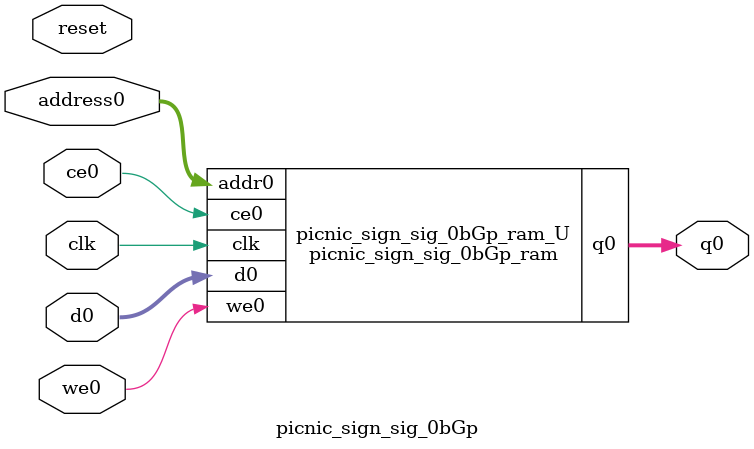
<source format=v>
`timescale 1 ns / 1 ps
module picnic_sign_sig_0bGp_ram (addr0, ce0, d0, we0, q0,  clk);

parameter DWIDTH = 8;
parameter AWIDTH = 13;
parameter MEM_SIZE = 7008;

input[AWIDTH-1:0] addr0;
input ce0;
input[DWIDTH-1:0] d0;
input we0;
output reg[DWIDTH-1:0] q0;
input clk;

(* ram_style = "block" *)reg [DWIDTH-1:0] ram[0:MEM_SIZE-1];




always @(posedge clk)  
begin 
    if (ce0) begin
        if (we0) 
            ram[addr0] <= d0; 
        q0 <= ram[addr0];
    end
end


endmodule

`timescale 1 ns / 1 ps
module picnic_sign_sig_0bGp(
    reset,
    clk,
    address0,
    ce0,
    we0,
    d0,
    q0);

parameter DataWidth = 32'd8;
parameter AddressRange = 32'd7008;
parameter AddressWidth = 32'd13;
input reset;
input clk;
input[AddressWidth - 1:0] address0;
input ce0;
input we0;
input[DataWidth - 1:0] d0;
output[DataWidth - 1:0] q0;



picnic_sign_sig_0bGp_ram picnic_sign_sig_0bGp_ram_U(
    .clk( clk ),
    .addr0( address0 ),
    .ce0( ce0 ),
    .we0( we0 ),
    .d0( d0 ),
    .q0( q0 ));

endmodule


</source>
